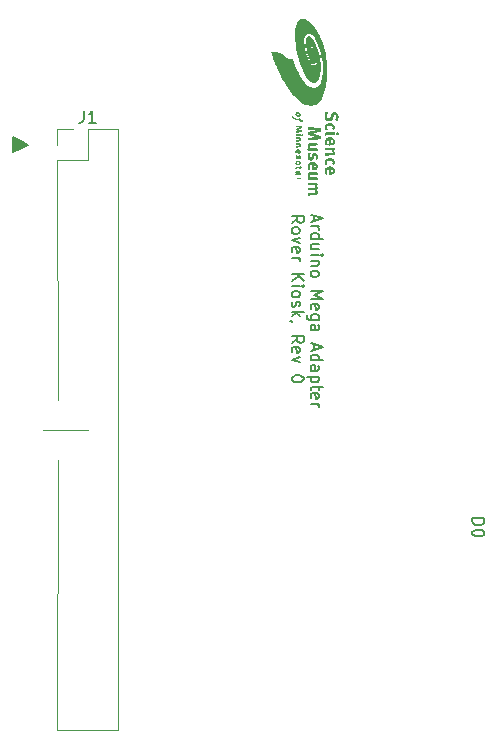
<source format=gto>
%TF.GenerationSoftware,KiCad,Pcbnew,7.0.7*%
%TF.CreationDate,2023-09-28T15:46:00-05:00*%
%TF.ProjectId,iowa-rover-kiosk-mega-adapter,696f7761-2d72-46f7-9665-722d6b696f73,rev?*%
%TF.SameCoordinates,Original*%
%TF.FileFunction,Legend,Top*%
%TF.FilePolarity,Positive*%
%FSLAX46Y46*%
G04 Gerber Fmt 4.6, Leading zero omitted, Abs format (unit mm)*
G04 Created by KiCad (PCBNEW 7.0.7) date 2023-09-28 15:46:00*
%MOMM*%
%LPD*%
G01*
G04 APERTURE LIST*
%ADD10C,0.150000*%
%ADD11C,0.120000*%
%ADD12C,0.100000*%
%ADD13O,1.727200X1.727200*%
%ADD14R,1.727200X1.727200*%
%ADD15C,3.200000*%
%ADD16R,1.700000X1.700000*%
%ADD17O,1.700000X1.700000*%
G04 APERTURE END LIST*
D10*
X156210000Y-69850000D02*
X154940000Y-70485000D01*
X154940000Y-69215000D01*
X156210000Y-69850000D01*
G36*
X156210000Y-69850000D02*
G01*
X154940000Y-70485000D01*
X154940000Y-69215000D01*
X156210000Y-69850000D01*
G37*
X180460895Y-75854160D02*
X180460895Y-76330350D01*
X180175180Y-75758922D02*
X181175180Y-76092255D01*
X181175180Y-76092255D02*
X180175180Y-76425588D01*
X180175180Y-76758922D02*
X180841847Y-76758922D01*
X180651371Y-76758922D02*
X180746609Y-76806541D01*
X180746609Y-76806541D02*
X180794228Y-76854160D01*
X180794228Y-76854160D02*
X180841847Y-76949398D01*
X180841847Y-76949398D02*
X180841847Y-77044636D01*
X180175180Y-77806541D02*
X181175180Y-77806541D01*
X180222800Y-77806541D02*
X180175180Y-77711303D01*
X180175180Y-77711303D02*
X180175180Y-77520827D01*
X180175180Y-77520827D02*
X180222800Y-77425589D01*
X180222800Y-77425589D02*
X180270419Y-77377970D01*
X180270419Y-77377970D02*
X180365657Y-77330351D01*
X180365657Y-77330351D02*
X180651371Y-77330351D01*
X180651371Y-77330351D02*
X180746609Y-77377970D01*
X180746609Y-77377970D02*
X180794228Y-77425589D01*
X180794228Y-77425589D02*
X180841847Y-77520827D01*
X180841847Y-77520827D02*
X180841847Y-77711303D01*
X180841847Y-77711303D02*
X180794228Y-77806541D01*
X180841847Y-78711303D02*
X180175180Y-78711303D01*
X180841847Y-78282732D02*
X180318038Y-78282732D01*
X180318038Y-78282732D02*
X180222800Y-78330351D01*
X180222800Y-78330351D02*
X180175180Y-78425589D01*
X180175180Y-78425589D02*
X180175180Y-78568446D01*
X180175180Y-78568446D02*
X180222800Y-78663684D01*
X180222800Y-78663684D02*
X180270419Y-78711303D01*
X180175180Y-79187494D02*
X180841847Y-79187494D01*
X181175180Y-79187494D02*
X181127561Y-79139875D01*
X181127561Y-79139875D02*
X181079942Y-79187494D01*
X181079942Y-79187494D02*
X181127561Y-79235113D01*
X181127561Y-79235113D02*
X181175180Y-79187494D01*
X181175180Y-79187494D02*
X181079942Y-79187494D01*
X180841847Y-79663684D02*
X180175180Y-79663684D01*
X180746609Y-79663684D02*
X180794228Y-79711303D01*
X180794228Y-79711303D02*
X180841847Y-79806541D01*
X180841847Y-79806541D02*
X180841847Y-79949398D01*
X180841847Y-79949398D02*
X180794228Y-80044636D01*
X180794228Y-80044636D02*
X180698990Y-80092255D01*
X180698990Y-80092255D02*
X180175180Y-80092255D01*
X180175180Y-80711303D02*
X180222800Y-80616065D01*
X180222800Y-80616065D02*
X180270419Y-80568446D01*
X180270419Y-80568446D02*
X180365657Y-80520827D01*
X180365657Y-80520827D02*
X180651371Y-80520827D01*
X180651371Y-80520827D02*
X180746609Y-80568446D01*
X180746609Y-80568446D02*
X180794228Y-80616065D01*
X180794228Y-80616065D02*
X180841847Y-80711303D01*
X180841847Y-80711303D02*
X180841847Y-80854160D01*
X180841847Y-80854160D02*
X180794228Y-80949398D01*
X180794228Y-80949398D02*
X180746609Y-80997017D01*
X180746609Y-80997017D02*
X180651371Y-81044636D01*
X180651371Y-81044636D02*
X180365657Y-81044636D01*
X180365657Y-81044636D02*
X180270419Y-80997017D01*
X180270419Y-80997017D02*
X180222800Y-80949398D01*
X180222800Y-80949398D02*
X180175180Y-80854160D01*
X180175180Y-80854160D02*
X180175180Y-80711303D01*
X180175180Y-82235113D02*
X181175180Y-82235113D01*
X181175180Y-82235113D02*
X180460895Y-82568446D01*
X180460895Y-82568446D02*
X181175180Y-82901779D01*
X181175180Y-82901779D02*
X180175180Y-82901779D01*
X180222800Y-83758922D02*
X180175180Y-83663684D01*
X180175180Y-83663684D02*
X180175180Y-83473208D01*
X180175180Y-83473208D02*
X180222800Y-83377970D01*
X180222800Y-83377970D02*
X180318038Y-83330351D01*
X180318038Y-83330351D02*
X180698990Y-83330351D01*
X180698990Y-83330351D02*
X180794228Y-83377970D01*
X180794228Y-83377970D02*
X180841847Y-83473208D01*
X180841847Y-83473208D02*
X180841847Y-83663684D01*
X180841847Y-83663684D02*
X180794228Y-83758922D01*
X180794228Y-83758922D02*
X180698990Y-83806541D01*
X180698990Y-83806541D02*
X180603752Y-83806541D01*
X180603752Y-83806541D02*
X180508514Y-83330351D01*
X180841847Y-84663684D02*
X180032323Y-84663684D01*
X180032323Y-84663684D02*
X179937085Y-84616065D01*
X179937085Y-84616065D02*
X179889466Y-84568446D01*
X179889466Y-84568446D02*
X179841847Y-84473208D01*
X179841847Y-84473208D02*
X179841847Y-84330351D01*
X179841847Y-84330351D02*
X179889466Y-84235113D01*
X180222800Y-84663684D02*
X180175180Y-84568446D01*
X180175180Y-84568446D02*
X180175180Y-84377970D01*
X180175180Y-84377970D02*
X180222800Y-84282732D01*
X180222800Y-84282732D02*
X180270419Y-84235113D01*
X180270419Y-84235113D02*
X180365657Y-84187494D01*
X180365657Y-84187494D02*
X180651371Y-84187494D01*
X180651371Y-84187494D02*
X180746609Y-84235113D01*
X180746609Y-84235113D02*
X180794228Y-84282732D01*
X180794228Y-84282732D02*
X180841847Y-84377970D01*
X180841847Y-84377970D02*
X180841847Y-84568446D01*
X180841847Y-84568446D02*
X180794228Y-84663684D01*
X180175180Y-85568446D02*
X180698990Y-85568446D01*
X180698990Y-85568446D02*
X180794228Y-85520827D01*
X180794228Y-85520827D02*
X180841847Y-85425589D01*
X180841847Y-85425589D02*
X180841847Y-85235113D01*
X180841847Y-85235113D02*
X180794228Y-85139875D01*
X180222800Y-85568446D02*
X180175180Y-85473208D01*
X180175180Y-85473208D02*
X180175180Y-85235113D01*
X180175180Y-85235113D02*
X180222800Y-85139875D01*
X180222800Y-85139875D02*
X180318038Y-85092256D01*
X180318038Y-85092256D02*
X180413276Y-85092256D01*
X180413276Y-85092256D02*
X180508514Y-85139875D01*
X180508514Y-85139875D02*
X180556133Y-85235113D01*
X180556133Y-85235113D02*
X180556133Y-85473208D01*
X180556133Y-85473208D02*
X180603752Y-85568446D01*
X180460895Y-86758923D02*
X180460895Y-87235113D01*
X180175180Y-86663685D02*
X181175180Y-86997018D01*
X181175180Y-86997018D02*
X180175180Y-87330351D01*
X180175180Y-88092256D02*
X181175180Y-88092256D01*
X180222800Y-88092256D02*
X180175180Y-87997018D01*
X180175180Y-87997018D02*
X180175180Y-87806542D01*
X180175180Y-87806542D02*
X180222800Y-87711304D01*
X180222800Y-87711304D02*
X180270419Y-87663685D01*
X180270419Y-87663685D02*
X180365657Y-87616066D01*
X180365657Y-87616066D02*
X180651371Y-87616066D01*
X180651371Y-87616066D02*
X180746609Y-87663685D01*
X180746609Y-87663685D02*
X180794228Y-87711304D01*
X180794228Y-87711304D02*
X180841847Y-87806542D01*
X180841847Y-87806542D02*
X180841847Y-87997018D01*
X180841847Y-87997018D02*
X180794228Y-88092256D01*
X180175180Y-88997018D02*
X180698990Y-88997018D01*
X180698990Y-88997018D02*
X180794228Y-88949399D01*
X180794228Y-88949399D02*
X180841847Y-88854161D01*
X180841847Y-88854161D02*
X180841847Y-88663685D01*
X180841847Y-88663685D02*
X180794228Y-88568447D01*
X180222800Y-88997018D02*
X180175180Y-88901780D01*
X180175180Y-88901780D02*
X180175180Y-88663685D01*
X180175180Y-88663685D02*
X180222800Y-88568447D01*
X180222800Y-88568447D02*
X180318038Y-88520828D01*
X180318038Y-88520828D02*
X180413276Y-88520828D01*
X180413276Y-88520828D02*
X180508514Y-88568447D01*
X180508514Y-88568447D02*
X180556133Y-88663685D01*
X180556133Y-88663685D02*
X180556133Y-88901780D01*
X180556133Y-88901780D02*
X180603752Y-88997018D01*
X180841847Y-89473209D02*
X179841847Y-89473209D01*
X180794228Y-89473209D02*
X180841847Y-89568447D01*
X180841847Y-89568447D02*
X180841847Y-89758923D01*
X180841847Y-89758923D02*
X180794228Y-89854161D01*
X180794228Y-89854161D02*
X180746609Y-89901780D01*
X180746609Y-89901780D02*
X180651371Y-89949399D01*
X180651371Y-89949399D02*
X180365657Y-89949399D01*
X180365657Y-89949399D02*
X180270419Y-89901780D01*
X180270419Y-89901780D02*
X180222800Y-89854161D01*
X180222800Y-89854161D02*
X180175180Y-89758923D01*
X180175180Y-89758923D02*
X180175180Y-89568447D01*
X180175180Y-89568447D02*
X180222800Y-89473209D01*
X180841847Y-90235114D02*
X180841847Y-90616066D01*
X181175180Y-90377971D02*
X180318038Y-90377971D01*
X180318038Y-90377971D02*
X180222800Y-90425590D01*
X180222800Y-90425590D02*
X180175180Y-90520828D01*
X180175180Y-90520828D02*
X180175180Y-90616066D01*
X180222800Y-91330352D02*
X180175180Y-91235114D01*
X180175180Y-91235114D02*
X180175180Y-91044638D01*
X180175180Y-91044638D02*
X180222800Y-90949400D01*
X180222800Y-90949400D02*
X180318038Y-90901781D01*
X180318038Y-90901781D02*
X180698990Y-90901781D01*
X180698990Y-90901781D02*
X180794228Y-90949400D01*
X180794228Y-90949400D02*
X180841847Y-91044638D01*
X180841847Y-91044638D02*
X180841847Y-91235114D01*
X180841847Y-91235114D02*
X180794228Y-91330352D01*
X180794228Y-91330352D02*
X180698990Y-91377971D01*
X180698990Y-91377971D02*
X180603752Y-91377971D01*
X180603752Y-91377971D02*
X180508514Y-90901781D01*
X180175180Y-91806543D02*
X180841847Y-91806543D01*
X180651371Y-91806543D02*
X180746609Y-91854162D01*
X180746609Y-91854162D02*
X180794228Y-91901781D01*
X180794228Y-91901781D02*
X180841847Y-91997019D01*
X180841847Y-91997019D02*
X180841847Y-92092257D01*
X178565180Y-76473207D02*
X179041371Y-76139874D01*
X178565180Y-75901779D02*
X179565180Y-75901779D01*
X179565180Y-75901779D02*
X179565180Y-76282731D01*
X179565180Y-76282731D02*
X179517561Y-76377969D01*
X179517561Y-76377969D02*
X179469942Y-76425588D01*
X179469942Y-76425588D02*
X179374704Y-76473207D01*
X179374704Y-76473207D02*
X179231847Y-76473207D01*
X179231847Y-76473207D02*
X179136609Y-76425588D01*
X179136609Y-76425588D02*
X179088990Y-76377969D01*
X179088990Y-76377969D02*
X179041371Y-76282731D01*
X179041371Y-76282731D02*
X179041371Y-75901779D01*
X178565180Y-77044636D02*
X178612800Y-76949398D01*
X178612800Y-76949398D02*
X178660419Y-76901779D01*
X178660419Y-76901779D02*
X178755657Y-76854160D01*
X178755657Y-76854160D02*
X179041371Y-76854160D01*
X179041371Y-76854160D02*
X179136609Y-76901779D01*
X179136609Y-76901779D02*
X179184228Y-76949398D01*
X179184228Y-76949398D02*
X179231847Y-77044636D01*
X179231847Y-77044636D02*
X179231847Y-77187493D01*
X179231847Y-77187493D02*
X179184228Y-77282731D01*
X179184228Y-77282731D02*
X179136609Y-77330350D01*
X179136609Y-77330350D02*
X179041371Y-77377969D01*
X179041371Y-77377969D02*
X178755657Y-77377969D01*
X178755657Y-77377969D02*
X178660419Y-77330350D01*
X178660419Y-77330350D02*
X178612800Y-77282731D01*
X178612800Y-77282731D02*
X178565180Y-77187493D01*
X178565180Y-77187493D02*
X178565180Y-77044636D01*
X179231847Y-77711303D02*
X178565180Y-77949398D01*
X178565180Y-77949398D02*
X179231847Y-78187493D01*
X178612800Y-78949398D02*
X178565180Y-78854160D01*
X178565180Y-78854160D02*
X178565180Y-78663684D01*
X178565180Y-78663684D02*
X178612800Y-78568446D01*
X178612800Y-78568446D02*
X178708038Y-78520827D01*
X178708038Y-78520827D02*
X179088990Y-78520827D01*
X179088990Y-78520827D02*
X179184228Y-78568446D01*
X179184228Y-78568446D02*
X179231847Y-78663684D01*
X179231847Y-78663684D02*
X179231847Y-78854160D01*
X179231847Y-78854160D02*
X179184228Y-78949398D01*
X179184228Y-78949398D02*
X179088990Y-78997017D01*
X179088990Y-78997017D02*
X178993752Y-78997017D01*
X178993752Y-78997017D02*
X178898514Y-78520827D01*
X178565180Y-79425589D02*
X179231847Y-79425589D01*
X179041371Y-79425589D02*
X179136609Y-79473208D01*
X179136609Y-79473208D02*
X179184228Y-79520827D01*
X179184228Y-79520827D02*
X179231847Y-79616065D01*
X179231847Y-79616065D02*
X179231847Y-79711303D01*
X178565180Y-80806542D02*
X179565180Y-80806542D01*
X178565180Y-81377970D02*
X179136609Y-80949399D01*
X179565180Y-81377970D02*
X178993752Y-80806542D01*
X178565180Y-81806542D02*
X179231847Y-81806542D01*
X179565180Y-81806542D02*
X179517561Y-81758923D01*
X179517561Y-81758923D02*
X179469942Y-81806542D01*
X179469942Y-81806542D02*
X179517561Y-81854161D01*
X179517561Y-81854161D02*
X179565180Y-81806542D01*
X179565180Y-81806542D02*
X179469942Y-81806542D01*
X178565180Y-82425589D02*
X178612800Y-82330351D01*
X178612800Y-82330351D02*
X178660419Y-82282732D01*
X178660419Y-82282732D02*
X178755657Y-82235113D01*
X178755657Y-82235113D02*
X179041371Y-82235113D01*
X179041371Y-82235113D02*
X179136609Y-82282732D01*
X179136609Y-82282732D02*
X179184228Y-82330351D01*
X179184228Y-82330351D02*
X179231847Y-82425589D01*
X179231847Y-82425589D02*
X179231847Y-82568446D01*
X179231847Y-82568446D02*
X179184228Y-82663684D01*
X179184228Y-82663684D02*
X179136609Y-82711303D01*
X179136609Y-82711303D02*
X179041371Y-82758922D01*
X179041371Y-82758922D02*
X178755657Y-82758922D01*
X178755657Y-82758922D02*
X178660419Y-82711303D01*
X178660419Y-82711303D02*
X178612800Y-82663684D01*
X178612800Y-82663684D02*
X178565180Y-82568446D01*
X178565180Y-82568446D02*
X178565180Y-82425589D01*
X178612800Y-83139875D02*
X178565180Y-83235113D01*
X178565180Y-83235113D02*
X178565180Y-83425589D01*
X178565180Y-83425589D02*
X178612800Y-83520827D01*
X178612800Y-83520827D02*
X178708038Y-83568446D01*
X178708038Y-83568446D02*
X178755657Y-83568446D01*
X178755657Y-83568446D02*
X178850895Y-83520827D01*
X178850895Y-83520827D02*
X178898514Y-83425589D01*
X178898514Y-83425589D02*
X178898514Y-83282732D01*
X178898514Y-83282732D02*
X178946133Y-83187494D01*
X178946133Y-83187494D02*
X179041371Y-83139875D01*
X179041371Y-83139875D02*
X179088990Y-83139875D01*
X179088990Y-83139875D02*
X179184228Y-83187494D01*
X179184228Y-83187494D02*
X179231847Y-83282732D01*
X179231847Y-83282732D02*
X179231847Y-83425589D01*
X179231847Y-83425589D02*
X179184228Y-83520827D01*
X178565180Y-83997018D02*
X179565180Y-83997018D01*
X178946133Y-84092256D02*
X178565180Y-84377970D01*
X179231847Y-84377970D02*
X178850895Y-83997018D01*
X178612800Y-84854161D02*
X178565180Y-84854161D01*
X178565180Y-84854161D02*
X178469942Y-84806542D01*
X178469942Y-84806542D02*
X178422323Y-84758923D01*
X178565180Y-86616065D02*
X179041371Y-86282732D01*
X178565180Y-86044637D02*
X179565180Y-86044637D01*
X179565180Y-86044637D02*
X179565180Y-86425589D01*
X179565180Y-86425589D02*
X179517561Y-86520827D01*
X179517561Y-86520827D02*
X179469942Y-86568446D01*
X179469942Y-86568446D02*
X179374704Y-86616065D01*
X179374704Y-86616065D02*
X179231847Y-86616065D01*
X179231847Y-86616065D02*
X179136609Y-86568446D01*
X179136609Y-86568446D02*
X179088990Y-86520827D01*
X179088990Y-86520827D02*
X179041371Y-86425589D01*
X179041371Y-86425589D02*
X179041371Y-86044637D01*
X178612800Y-87425589D02*
X178565180Y-87330351D01*
X178565180Y-87330351D02*
X178565180Y-87139875D01*
X178565180Y-87139875D02*
X178612800Y-87044637D01*
X178612800Y-87044637D02*
X178708038Y-86997018D01*
X178708038Y-86997018D02*
X179088990Y-86997018D01*
X179088990Y-86997018D02*
X179184228Y-87044637D01*
X179184228Y-87044637D02*
X179231847Y-87139875D01*
X179231847Y-87139875D02*
X179231847Y-87330351D01*
X179231847Y-87330351D02*
X179184228Y-87425589D01*
X179184228Y-87425589D02*
X179088990Y-87473208D01*
X179088990Y-87473208D02*
X178993752Y-87473208D01*
X178993752Y-87473208D02*
X178898514Y-86997018D01*
X179231847Y-87806542D02*
X178565180Y-88044637D01*
X178565180Y-88044637D02*
X179231847Y-88282732D01*
X179565180Y-89616066D02*
X179565180Y-89711304D01*
X179565180Y-89711304D02*
X179517561Y-89806542D01*
X179517561Y-89806542D02*
X179469942Y-89854161D01*
X179469942Y-89854161D02*
X179374704Y-89901780D01*
X179374704Y-89901780D02*
X179184228Y-89949399D01*
X179184228Y-89949399D02*
X178946133Y-89949399D01*
X178946133Y-89949399D02*
X178755657Y-89901780D01*
X178755657Y-89901780D02*
X178660419Y-89854161D01*
X178660419Y-89854161D02*
X178612800Y-89806542D01*
X178612800Y-89806542D02*
X178565180Y-89711304D01*
X178565180Y-89711304D02*
X178565180Y-89616066D01*
X178565180Y-89616066D02*
X178612800Y-89520828D01*
X178612800Y-89520828D02*
X178660419Y-89473209D01*
X178660419Y-89473209D02*
X178755657Y-89425590D01*
X178755657Y-89425590D02*
X178946133Y-89377971D01*
X178946133Y-89377971D02*
X179184228Y-89377971D01*
X179184228Y-89377971D02*
X179374704Y-89425590D01*
X179374704Y-89425590D02*
X179469942Y-89473209D01*
X179469942Y-89473209D02*
X179517561Y-89520828D01*
X179517561Y-89520828D02*
X179565180Y-89616066D01*
X193860180Y-101486905D02*
X194860180Y-101486905D01*
X194860180Y-101486905D02*
X194860180Y-101725000D01*
X194860180Y-101725000D02*
X194812561Y-101867857D01*
X194812561Y-101867857D02*
X194717323Y-101963095D01*
X194717323Y-101963095D02*
X194622085Y-102010714D01*
X194622085Y-102010714D02*
X194431609Y-102058333D01*
X194431609Y-102058333D02*
X194288752Y-102058333D01*
X194288752Y-102058333D02*
X194098276Y-102010714D01*
X194098276Y-102010714D02*
X194003038Y-101963095D01*
X194003038Y-101963095D02*
X193907800Y-101867857D01*
X193907800Y-101867857D02*
X193860180Y-101725000D01*
X193860180Y-101725000D02*
X193860180Y-101486905D01*
X194860180Y-102677381D02*
X194860180Y-102772619D01*
X194860180Y-102772619D02*
X194812561Y-102867857D01*
X194812561Y-102867857D02*
X194764942Y-102915476D01*
X194764942Y-102915476D02*
X194669704Y-102963095D01*
X194669704Y-102963095D02*
X194479228Y-103010714D01*
X194479228Y-103010714D02*
X194241133Y-103010714D01*
X194241133Y-103010714D02*
X194050657Y-102963095D01*
X194050657Y-102963095D02*
X193955419Y-102915476D01*
X193955419Y-102915476D02*
X193907800Y-102867857D01*
X193907800Y-102867857D02*
X193860180Y-102772619D01*
X193860180Y-102772619D02*
X193860180Y-102677381D01*
X193860180Y-102677381D02*
X193907800Y-102582143D01*
X193907800Y-102582143D02*
X193955419Y-102534524D01*
X193955419Y-102534524D02*
X194050657Y-102486905D01*
X194050657Y-102486905D02*
X194241133Y-102439286D01*
X194241133Y-102439286D02*
X194479228Y-102439286D01*
X194479228Y-102439286D02*
X194669704Y-102486905D01*
X194669704Y-102486905D02*
X194764942Y-102534524D01*
X194764942Y-102534524D02*
X194812561Y-102582143D01*
X194812561Y-102582143D02*
X194860180Y-102677381D01*
X160956666Y-66974819D02*
X160956666Y-67689104D01*
X160956666Y-67689104D02*
X160909047Y-67831961D01*
X160909047Y-67831961D02*
X160813809Y-67927200D01*
X160813809Y-67927200D02*
X160670952Y-67974819D01*
X160670952Y-67974819D02*
X160575714Y-67974819D01*
X161956666Y-67974819D02*
X161385238Y-67974819D01*
X161670952Y-67974819D02*
X161670952Y-66974819D01*
X161670952Y-66974819D02*
X161575714Y-67117676D01*
X161575714Y-67117676D02*
X161480476Y-67212914D01*
X161480476Y-67212914D02*
X161385238Y-67260533D01*
%TO.C,G\u002A\u002A\u002A*%
G36*
X179317548Y-69018995D02*
G01*
X179323712Y-69053383D01*
X179326314Y-69074981D01*
X179326314Y-69075096D01*
X179313085Y-69079302D01*
X179276575Y-69082887D01*
X179221555Y-69085581D01*
X179152793Y-69087116D01*
X179108920Y-69087369D01*
X178891527Y-69087369D01*
X178891527Y-68975165D01*
X179308782Y-68975165D01*
X179317548Y-69018995D01*
G37*
G36*
X179466198Y-68969712D02*
G01*
X179477788Y-68977970D01*
X179490748Y-69004197D01*
X179494619Y-69031267D01*
X179484331Y-69074237D01*
X179454782Y-69097633D01*
X179429701Y-69101394D01*
X179388393Y-69089969D01*
X179363037Y-69060543D01*
X179357415Y-69020385D01*
X179369514Y-68985684D01*
X179394287Y-68967210D01*
X179431005Y-68961566D01*
X179466198Y-68969712D01*
G37*
G36*
X182478541Y-68781516D02*
G01*
X182525201Y-68819767D01*
X182529536Y-68825330D01*
X182553414Y-68877821D01*
X182553701Y-68932704D01*
X182532986Y-68982909D01*
X182493861Y-69021367D01*
X182451291Y-69038870D01*
X182395488Y-69039127D01*
X182347788Y-69017936D01*
X182311596Y-68981042D01*
X182290315Y-68934192D01*
X182287350Y-68883132D01*
X182306106Y-68833608D01*
X182319542Y-68816488D01*
X182369811Y-68779629D01*
X182424777Y-68768054D01*
X182478541Y-68781516D01*
G37*
G36*
X182192522Y-68824978D02*
G01*
X182198664Y-68856798D01*
X182205762Y-68903947D01*
X182209999Y-68937181D01*
X182219409Y-69017242D01*
X181891387Y-69017550D01*
X181784565Y-69017871D01*
X181701828Y-69018791D01*
X181639209Y-69020581D01*
X181592746Y-69023511D01*
X181558472Y-69027854D01*
X181532422Y-69033879D01*
X181510633Y-69041858D01*
X181506019Y-69043902D01*
X181448672Y-69069947D01*
X181404334Y-68995820D01*
X181380922Y-68954747D01*
X181364854Y-68922866D01*
X181359997Y-68908977D01*
X181369493Y-68892017D01*
X181392903Y-68866502D01*
X181398567Y-68861219D01*
X181422703Y-68840637D01*
X181446863Y-68824647D01*
X181474849Y-68812672D01*
X181510468Y-68804137D01*
X181557523Y-68798465D01*
X181619819Y-68795079D01*
X181701160Y-68793404D01*
X181805350Y-68792863D01*
X181850026Y-68792835D01*
X182184455Y-68792835D01*
X182192522Y-68824978D01*
G37*
G36*
X179101908Y-71200821D02*
G01*
X179181812Y-71211062D01*
X179247957Y-71240646D01*
X179295666Y-71286899D01*
X179321975Y-71347370D01*
X179326262Y-71387753D01*
X179313975Y-71458914D01*
X179278795Y-71516322D01*
X179223484Y-71557563D01*
X179150808Y-71580218D01*
X179101908Y-71583890D01*
X179021890Y-71573196D01*
X178957088Y-71543495D01*
X178910050Y-71498356D01*
X178883323Y-71441349D01*
X178880601Y-71395387D01*
X178975679Y-71395387D01*
X178986039Y-71427625D01*
X179011656Y-71443983D01*
X179050397Y-71453238D01*
X179097035Y-71457609D01*
X179101908Y-71457661D01*
X179168304Y-71451419D01*
X179210422Y-71432874D01*
X179227705Y-71402301D01*
X179228136Y-71395387D01*
X179218645Y-71362610D01*
X179188573Y-71342044D01*
X179135529Y-71332476D01*
X179101908Y-71331433D01*
X179037215Y-71336242D01*
X178996623Y-71351477D01*
X178977737Y-71378353D01*
X178975679Y-71395387D01*
X178880601Y-71395387D01*
X178879455Y-71376045D01*
X178900993Y-71306013D01*
X178902067Y-71303859D01*
X178944511Y-71249031D01*
X179005945Y-71214593D01*
X179085766Y-71200857D01*
X179100193Y-71200601D01*
X179101908Y-71200821D01*
G37*
G36*
X179038159Y-67077031D02*
G01*
X179120313Y-67088578D01*
X179194276Y-67119247D01*
X179254411Y-67165097D01*
X179297444Y-67222520D01*
X179320101Y-67287908D01*
X179319111Y-67357652D01*
X179312717Y-67381983D01*
X179288032Y-67430830D01*
X179250031Y-67460234D01*
X179193818Y-67473188D01*
X179161451Y-67474447D01*
X179070254Y-67463562D01*
X178993447Y-67432539D01*
X178933877Y-67383830D01*
X178894389Y-67319888D01*
X178879284Y-67249893D01*
X178963491Y-67249893D01*
X178975519Y-67277793D01*
X179001373Y-67302562D01*
X179045774Y-67324480D01*
X179099220Y-67340163D01*
X179152212Y-67346226D01*
X179166130Y-67345702D01*
X179202016Y-67340440D01*
X179217724Y-67328827D01*
X179221124Y-67306143D01*
X179214963Y-67280701D01*
X179192540Y-67258845D01*
X179158544Y-67239522D01*
X179107012Y-67219850D01*
X179053660Y-67208852D01*
X179038159Y-67207965D01*
X178989169Y-67211748D01*
X178965065Y-67224849D01*
X178963491Y-67249893D01*
X178879284Y-67249893D01*
X178877832Y-67243163D01*
X178877501Y-67229921D01*
X178882613Y-67179880D01*
X178901903Y-67140701D01*
X178918043Y-67120957D01*
X178944810Y-67094338D01*
X178970662Y-67081007D01*
X179006881Y-67076726D01*
X179035793Y-67076698D01*
X179038159Y-67077031D01*
G37*
G36*
X179314427Y-69269092D02*
G01*
X179323238Y-69303505D01*
X179319122Y-69322402D01*
X179308754Y-69331230D01*
X179295700Y-69343162D01*
X179296117Y-69360524D01*
X179309225Y-69391273D01*
X179322873Y-69444048D01*
X179317589Y-69496548D01*
X179295449Y-69539794D01*
X179270212Y-69560171D01*
X179238207Y-69568861D01*
X179185243Y-69575092D01*
X179118359Y-69578107D01*
X179101908Y-69578266D01*
X179041695Y-69579749D01*
X178990893Y-69583378D01*
X178956895Y-69588512D01*
X178948310Y-69591564D01*
X178929475Y-69593772D01*
X178909261Y-69573149D01*
X178902728Y-69562960D01*
X178884505Y-69532345D01*
X178880236Y-69515295D01*
X178890534Y-69500697D01*
X178906991Y-69485760D01*
X178926713Y-69472644D01*
X178955373Y-69463844D01*
X178999047Y-69458221D01*
X179063807Y-69454638D01*
X179075296Y-69454221D01*
X179139145Y-69451477D01*
X179179943Y-69447864D01*
X179202692Y-69442287D01*
X179212389Y-69433651D01*
X179214111Y-69423811D01*
X179212521Y-69394397D01*
X179204666Y-69374629D01*
X179185916Y-69362600D01*
X179151641Y-69356402D01*
X179097212Y-69354129D01*
X179044305Y-69353851D01*
X178891527Y-69353851D01*
X178891527Y-69229064D01*
X179298451Y-69220610D01*
X179314427Y-69269092D01*
G37*
G36*
X179314427Y-69774007D02*
G01*
X179323238Y-69808420D01*
X179319122Y-69827317D01*
X179308754Y-69836145D01*
X179295700Y-69848077D01*
X179296117Y-69865439D01*
X179309225Y-69896187D01*
X179322873Y-69948962D01*
X179317589Y-70001462D01*
X179295449Y-70044708D01*
X179270212Y-70065085D01*
X179238207Y-70073775D01*
X179185243Y-70080006D01*
X179118359Y-70083021D01*
X179101908Y-70083180D01*
X179041695Y-70084664D01*
X178990893Y-70088292D01*
X178956895Y-70093426D01*
X178948310Y-70096479D01*
X178929475Y-70098686D01*
X178909261Y-70078064D01*
X178902728Y-70067874D01*
X178884505Y-70037259D01*
X178880236Y-70020209D01*
X178890534Y-70005611D01*
X178906991Y-69990674D01*
X178926713Y-69977558D01*
X178955373Y-69968758D01*
X178999047Y-69963136D01*
X179063807Y-69959553D01*
X179075296Y-69959135D01*
X179139145Y-69956391D01*
X179179943Y-69952778D01*
X179202692Y-69947201D01*
X179212389Y-69938566D01*
X179214111Y-69928725D01*
X179212521Y-69899311D01*
X179204666Y-69879543D01*
X179185916Y-69867514D01*
X179151641Y-69861317D01*
X179097212Y-69859043D01*
X179044305Y-69858766D01*
X178891527Y-69858766D01*
X178891527Y-69733978D01*
X179298451Y-69725524D01*
X179314427Y-69774007D01*
G37*
G36*
X179305051Y-71688647D02*
G01*
X179321242Y-71703106D01*
X179340111Y-71718766D01*
X179369063Y-71724144D01*
X179397795Y-71726130D01*
X179414320Y-71736697D01*
X179424520Y-71762759D01*
X179431792Y-71797884D01*
X179441639Y-71850372D01*
X179383977Y-71850372D01*
X179347360Y-71851919D01*
X179330830Y-71860422D01*
X179326448Y-71881675D01*
X179326314Y-71892449D01*
X179320456Y-71925252D01*
X179304354Y-71934525D01*
X179265474Y-71925217D01*
X179236993Y-71902095D01*
X179228136Y-71877403D01*
X179226277Y-71864284D01*
X179217180Y-71856313D01*
X179195565Y-71852511D01*
X179156154Y-71851900D01*
X179098401Y-71853352D01*
X178968666Y-71857385D01*
X178971111Y-71894523D01*
X178967263Y-71923437D01*
X178945274Y-71936805D01*
X178936047Y-71938867D01*
X178906634Y-71942396D01*
X178893004Y-71940607D01*
X178888582Y-71924662D01*
X178883447Y-71890063D01*
X178880801Y-71865753D01*
X178878684Y-71820921D01*
X178885416Y-71791733D01*
X178904307Y-71766331D01*
X178910243Y-71760254D01*
X178928559Y-71743748D01*
X178947990Y-71733219D01*
X178975080Y-71727333D01*
X179016371Y-71724754D01*
X179078406Y-71724147D01*
X179087245Y-71724144D01*
X179152818Y-71723453D01*
X179194969Y-71720924D01*
X179218305Y-71715867D01*
X179227432Y-71707596D01*
X179228136Y-71703106D01*
X179240546Y-71686481D01*
X179270653Y-71682068D01*
X179305051Y-71688647D01*
G37*
G36*
X178954502Y-70734447D02*
G01*
X178974888Y-70742038D01*
X179002742Y-70756348D01*
X179008553Y-70771559D01*
X179001195Y-70789178D01*
X178980335Y-70841305D01*
X178972526Y-70890683D01*
X178978984Y-70928046D01*
X178982254Y-70933483D01*
X179005771Y-70950953D01*
X179028532Y-70943205D01*
X179046795Y-70912911D01*
X179054568Y-70881855D01*
X179074499Y-70818466D01*
X179109181Y-70771724D01*
X179154652Y-70745993D01*
X179181216Y-70742366D01*
X179222937Y-70746486D01*
X179256253Y-70756435D01*
X179256964Y-70756807D01*
X179292630Y-70790626D01*
X179315880Y-70842803D01*
X179325309Y-70905897D01*
X179319512Y-70972466D01*
X179305983Y-71016333D01*
X179290950Y-71047445D01*
X179276489Y-71057152D01*
X179254006Y-71050557D01*
X179250800Y-71049113D01*
X179230857Y-71037211D01*
X179220841Y-71019527D01*
X179217925Y-70987760D01*
X179218536Y-70954420D01*
X179216402Y-70901961D01*
X179206922Y-70876048D01*
X179191949Y-70876732D01*
X179173337Y-70904060D01*
X179154604Y-70952747D01*
X179135870Y-71000007D01*
X179113916Y-71038817D01*
X179100455Y-71054431D01*
X179053161Y-71076703D01*
X178999293Y-71075272D01*
X178946166Y-71050806D01*
X178931364Y-71038984D01*
X178905205Y-71012143D01*
X178890936Y-70984375D01*
X178884263Y-70944921D01*
X178882371Y-70916262D01*
X178882972Y-70862225D01*
X178889069Y-70812436D01*
X178895350Y-70788955D01*
X178912878Y-70749609D01*
X178930133Y-70732891D01*
X178954502Y-70734447D01*
G37*
G36*
X181902931Y-68017122D02*
G01*
X182005555Y-68046523D01*
X182089456Y-68096027D01*
X182155459Y-68166045D01*
X182180755Y-68206565D01*
X182213572Y-68292300D01*
X182224187Y-68383345D01*
X182213148Y-68472917D01*
X182181007Y-68554229D01*
X182148945Y-68599568D01*
X182135030Y-68612155D01*
X182119681Y-68612860D01*
X182095409Y-68599826D01*
X182065330Y-68578830D01*
X182029258Y-68551803D01*
X182003377Y-68530335D01*
X181995568Y-68522170D01*
X181997330Y-68503894D01*
X182010033Y-68470757D01*
X182019910Y-68450747D01*
X182042379Y-68391914D01*
X182040659Y-68344335D01*
X182014088Y-68307176D01*
X181962003Y-68279602D01*
X181883744Y-68260780D01*
X181867221Y-68258311D01*
X181776416Y-68251514D01*
X181693514Y-68256258D01*
X181624056Y-68271625D01*
X181573582Y-68296694D01*
X181559859Y-68309336D01*
X181534172Y-68353214D01*
X181531910Y-68401963D01*
X181553181Y-68460009D01*
X181564072Y-68479734D01*
X181583285Y-68516814D01*
X181592925Y-68544234D01*
X181592737Y-68552267D01*
X181577807Y-68566458D01*
X181547869Y-68589572D01*
X181529041Y-68602980D01*
X181491711Y-68625026D01*
X181463246Y-68629467D01*
X181438894Y-68613871D01*
X181413907Y-68575810D01*
X181392966Y-68533365D01*
X181369251Y-68458504D01*
X181359709Y-68373145D01*
X181364577Y-68288430D01*
X181384088Y-68215500D01*
X181386164Y-68210781D01*
X181436228Y-68133431D01*
X181507189Y-68073925D01*
X181597778Y-68032917D01*
X181706726Y-68011061D01*
X181780759Y-68007413D01*
X181902931Y-68017122D01*
G37*
G36*
X179154505Y-70232668D02*
G01*
X179170888Y-70237931D01*
X179222520Y-70254516D01*
X179279065Y-70295473D01*
X179302638Y-70324053D01*
X179314749Y-70353515D01*
X179318996Y-70394961D01*
X179319301Y-70419573D01*
X179317011Y-70471303D01*
X179308140Y-70505653D01*
X179289685Y-70533063D01*
X179285279Y-70537889D01*
X179234321Y-70573958D01*
X179165956Y-70596212D01*
X179105414Y-70602034D01*
X179059831Y-70602112D01*
X179059831Y-70482896D01*
X179059196Y-70424600D01*
X179058836Y-70419782D01*
X179158009Y-70419782D01*
X179160866Y-70454916D01*
X179168003Y-70474455D01*
X179170888Y-70475883D01*
X179208484Y-70465164D01*
X179226767Y-70434653D01*
X179228136Y-70419782D01*
X179217197Y-70382939D01*
X179186064Y-70365022D01*
X179170888Y-70363680D01*
X179162822Y-70376125D01*
X179158337Y-70407215D01*
X179158009Y-70419782D01*
X179058836Y-70419782D01*
X179056530Y-70388961D01*
X179050694Y-70370601D01*
X179040550Y-70364139D01*
X179034586Y-70363680D01*
X179003474Y-70372560D01*
X178992509Y-70380510D01*
X178979766Y-70409068D01*
X178976310Y-70451820D01*
X178982234Y-70496463D01*
X178991480Y-70521277D01*
X178999496Y-70547384D01*
X178985370Y-70566737D01*
X178981787Y-70569444D01*
X178951019Y-70585794D01*
X178927894Y-70579801D01*
X178906415Y-70549169D01*
X178901137Y-70538522D01*
X178881179Y-70470903D01*
X178880559Y-70399897D01*
X178899077Y-70336475D01*
X178904984Y-70325791D01*
X178950310Y-70276540D01*
X179011563Y-70244234D01*
X179081907Y-70229425D01*
X179154505Y-70232668D01*
G37*
G36*
X180752648Y-72285160D02*
G01*
X180760553Y-72334560D01*
X180764473Y-72374027D01*
X180763731Y-72393857D01*
X180754797Y-72399828D01*
X180730807Y-72404391D01*
X180689140Y-72407688D01*
X180627173Y-72409859D01*
X180542287Y-72411045D01*
X180437566Y-72411388D01*
X180323045Y-72411893D01*
X180234516Y-72413475D01*
X180169938Y-72416235D01*
X180127269Y-72420277D01*
X180104469Y-72425702D01*
X180100516Y-72428219D01*
X180086244Y-72459529D01*
X180084641Y-72504180D01*
X180094831Y-72550948D01*
X180112754Y-72584814D01*
X180141823Y-72621769D01*
X180726606Y-72621769D01*
X180748768Y-72719210D01*
X180759689Y-72768240D01*
X180767604Y-72805706D01*
X180770912Y-72824011D01*
X180770930Y-72824400D01*
X180757543Y-72826559D01*
X180719936Y-72828486D01*
X180661940Y-72830094D01*
X180587383Y-72831294D01*
X180500097Y-72831999D01*
X180433870Y-72832150D01*
X180321638Y-72832480D01*
X180233854Y-72833601D01*
X180166922Y-72835714D01*
X180117245Y-72839021D01*
X180081228Y-72843720D01*
X180055274Y-72850014D01*
X180044941Y-72853823D01*
X180014255Y-72864856D01*
X179992044Y-72864764D01*
X179972854Y-72849810D01*
X179951230Y-72816259D01*
X179928959Y-72774376D01*
X179902656Y-72723615D01*
X179936419Y-72691896D01*
X179970182Y-72660178D01*
X179941225Y-72603419D01*
X179917035Y-72534202D01*
X179906443Y-72455092D01*
X179910370Y-72378466D01*
X179921332Y-72335341D01*
X179945598Y-72288284D01*
X179978900Y-72243521D01*
X179984937Y-72237164D01*
X180028088Y-72193995D01*
X180735619Y-72193995D01*
X180752648Y-72285160D01*
G37*
G36*
X181908478Y-70960742D02*
G01*
X182011991Y-70993251D01*
X182098073Y-71047159D01*
X182123363Y-71070287D01*
X182173449Y-71136555D01*
X182210106Y-71217026D01*
X182228401Y-71299902D01*
X182229572Y-71324267D01*
X182220984Y-71385798D01*
X182198343Y-71454702D01*
X182166331Y-71517476D01*
X182158593Y-71528985D01*
X182129100Y-71570404D01*
X182070639Y-71525562D01*
X182034935Y-71497963D01*
X182007885Y-71476671D01*
X181999413Y-71469750D01*
X181997795Y-71451581D01*
X182009421Y-71417447D01*
X182019096Y-71397617D01*
X182041526Y-71337679D01*
X182038609Y-71288719D01*
X182010038Y-71249079D01*
X181988976Y-71233989D01*
X181935720Y-71212580D01*
X181863385Y-71198873D01*
X181780126Y-71193847D01*
X181694100Y-71198482D01*
X181693828Y-71198514D01*
X181638235Y-71207731D01*
X181600024Y-71222470D01*
X181568554Y-71246981D01*
X181565870Y-71249630D01*
X181539216Y-71280997D01*
X181530429Y-71309922D01*
X181533197Y-71342139D01*
X181547523Y-71389615D01*
X181570503Y-71432770D01*
X181571121Y-71433615D01*
X181590220Y-71464950D01*
X181591665Y-71489826D01*
X181573127Y-71514710D01*
X181532275Y-71546069D01*
X181530023Y-71547633D01*
X181493856Y-71569797D01*
X181466938Y-71575674D01*
X181444103Y-71562731D01*
X181420185Y-71528437D01*
X181395741Y-71481805D01*
X181369759Y-71405413D01*
X181359219Y-71318441D01*
X181364447Y-71231947D01*
X181385768Y-71156988D01*
X181386164Y-71156115D01*
X181436265Y-71078833D01*
X181507400Y-71018665D01*
X181597654Y-70976601D01*
X181705107Y-70953628D01*
X181786934Y-70949417D01*
X181908478Y-70960742D01*
G37*
G36*
X180390561Y-71309117D02*
G01*
X180434321Y-71316793D01*
X180490576Y-71326661D01*
X180579915Y-71359452D01*
X180623332Y-71384736D01*
X180690840Y-71446884D01*
X180737153Y-71521549D01*
X180762703Y-71604085D01*
X180767922Y-71689843D01*
X180753241Y-71774178D01*
X180719092Y-71852442D01*
X180665908Y-71919988D01*
X180594121Y-71972168D01*
X180567562Y-71984748D01*
X180526936Y-71996603D01*
X180469122Y-72007080D01*
X180404982Y-72014316D01*
X180388738Y-72015429D01*
X180266016Y-72022568D01*
X180266016Y-71552169D01*
X180434321Y-71552169D01*
X180434321Y-71790504D01*
X180493420Y-71779697D01*
X180548876Y-71759038D01*
X180584122Y-71724962D01*
X180599330Y-71683320D01*
X180594674Y-71639964D01*
X180570328Y-71600746D01*
X180526466Y-71571518D01*
X180486916Y-71560543D01*
X180434321Y-71552169D01*
X180266016Y-71552169D01*
X180266016Y-71552146D01*
X180208826Y-71559816D01*
X180165304Y-71570569D01*
X180130259Y-71587419D01*
X180125201Y-71591410D01*
X180090887Y-71640231D01*
X180075572Y-71702801D01*
X180079362Y-71772135D01*
X180102361Y-71841247D01*
X180120933Y-71873295D01*
X180141530Y-71907507D01*
X180145219Y-71927226D01*
X180137264Y-71936852D01*
X180086014Y-71970359D01*
X180052648Y-71990331D01*
X180031636Y-71998676D01*
X180017447Y-71997304D01*
X180004550Y-71988123D01*
X180000154Y-71984175D01*
X179961925Y-71933688D01*
X179932683Y-71863901D01*
X179913686Y-71782482D01*
X179906195Y-71697097D01*
X179911469Y-71615414D01*
X179928794Y-71549835D01*
X179978340Y-71462257D01*
X180048353Y-71393362D01*
X180137758Y-71343870D01*
X180245477Y-71314501D01*
X180289174Y-71308933D01*
X180390561Y-71309117D01*
G37*
G36*
X178951135Y-68239401D02*
G01*
X178984536Y-68243045D01*
X179036635Y-68248375D01*
X179101823Y-68254854D01*
X179174492Y-68261944D01*
X179249034Y-68269107D01*
X179319839Y-68275805D01*
X179381300Y-68281501D01*
X179427808Y-68285658D01*
X179453754Y-68287736D01*
X179456749Y-68287875D01*
X179462118Y-68300576D01*
X179464470Y-68333416D01*
X179463762Y-68368164D01*
X179459555Y-68448407D01*
X179293009Y-68491744D01*
X179126462Y-68535081D01*
X179297162Y-68581579D01*
X179467862Y-68628076D01*
X179463709Y-68706949D01*
X179459555Y-68785822D01*
X179207098Y-68809341D01*
X179104892Y-68819005D01*
X179027302Y-68826202D01*
X178970973Y-68830554D01*
X178932548Y-68831684D01*
X178908671Y-68829212D01*
X178895986Y-68822763D01*
X178891136Y-68811957D01*
X178890766Y-68796418D01*
X178891518Y-68775767D01*
X178891527Y-68773825D01*
X178891527Y-68712739D01*
X178986198Y-68703798D01*
X179048274Y-68698956D01*
X179111056Y-68695669D01*
X179149828Y-68694757D01*
X179187051Y-68692851D01*
X179207306Y-68688078D01*
X179208347Y-68684219D01*
X179191319Y-68676363D01*
X179153194Y-68663095D01*
X179099936Y-68646388D01*
X179048224Y-68631242D01*
X178898539Y-68588703D01*
X178894375Y-68532512D01*
X178890210Y-68476322D01*
X179045898Y-68435163D01*
X179116730Y-68415127D01*
X179160051Y-68399498D01*
X179175984Y-68387873D01*
X179164654Y-68379852D01*
X179126185Y-68375032D01*
X179065091Y-68373059D01*
X179010475Y-68371056D01*
X178960472Y-68366938D01*
X178935356Y-68363307D01*
X178907952Y-68355493D01*
X178895256Y-68340748D01*
X178891668Y-68310147D01*
X178891527Y-68293449D01*
X178891527Y-68232356D01*
X178951135Y-68239401D01*
G37*
G36*
X179020067Y-72063132D02*
G01*
X179070188Y-72072591D01*
X179117291Y-72106804D01*
X179147111Y-72161441D01*
X179157991Y-72234550D01*
X179158009Y-72237959D01*
X179160367Y-72270717D01*
X179170869Y-72282899D01*
X179189423Y-72282629D01*
X179217682Y-72267760D01*
X179225150Y-72234623D01*
X179211727Y-72183890D01*
X179206190Y-72170942D01*
X179191541Y-72136046D01*
X179189205Y-72116660D01*
X179199462Y-72102953D01*
X179208338Y-72095960D01*
X179239591Y-72078385D01*
X179263830Y-72082242D01*
X179285887Y-72109836D01*
X179300635Y-72139988D01*
X179319981Y-72205136D01*
X179323733Y-72271428D01*
X179312384Y-72330339D01*
X179287185Y-72372599D01*
X179270066Y-72386472D01*
X179248248Y-72394872D01*
X179215089Y-72398917D01*
X179163947Y-72399724D01*
X179128848Y-72399250D01*
X179054322Y-72399794D01*
X179003423Y-72404916D01*
X178972032Y-72415070D01*
X178968829Y-72417005D01*
X178945281Y-72428662D01*
X178924578Y-72424203D01*
X178900357Y-72406716D01*
X178875950Y-72384716D01*
X178871454Y-72368123D01*
X178884064Y-72345889D01*
X178884682Y-72345012D01*
X178898908Y-72313475D01*
X178892151Y-72286326D01*
X178883140Y-72255718D01*
X178880846Y-72236071D01*
X178961654Y-72236071D01*
X178970649Y-72258709D01*
X178978484Y-72268329D01*
X179004268Y-72281995D01*
X179036095Y-72285204D01*
X179062958Y-72278548D01*
X179073857Y-72263200D01*
X179065169Y-72225816D01*
X179043918Y-72197050D01*
X179020067Y-72186982D01*
X178988217Y-72197065D01*
X178965723Y-72220641D01*
X178961654Y-72236071D01*
X178880846Y-72236071D01*
X178877977Y-72211502D01*
X178877501Y-72194279D01*
X178887466Y-72131182D01*
X178917188Y-72087950D01*
X178966409Y-72064850D01*
X179007460Y-72060753D01*
X179020067Y-72063132D01*
G37*
G36*
X182193656Y-70168244D02*
G01*
X182208106Y-70222670D01*
X182213374Y-70256604D01*
X182208517Y-70276370D01*
X182192590Y-70288288D01*
X182174713Y-70295221D01*
X182133880Y-70309456D01*
X182174713Y-70387081D01*
X182207332Y-70472976D01*
X182214664Y-70555787D01*
X182197087Y-70632047D01*
X182154978Y-70698292D01*
X182139123Y-70714315D01*
X182125216Y-70726343D01*
X182110413Y-70735370D01*
X182090545Y-70741955D01*
X182061444Y-70746658D01*
X182018944Y-70750036D01*
X181958876Y-70752648D01*
X181877073Y-70755054D01*
X181825251Y-70756391D01*
X181725726Y-70759311D01*
X181650146Y-70762604D01*
X181594403Y-70766674D01*
X181554390Y-70771924D01*
X181526001Y-70778759D01*
X181505128Y-70787582D01*
X181504454Y-70787948D01*
X181473290Y-70804083D01*
X181454280Y-70812247D01*
X181452888Y-70812493D01*
X181442612Y-70801283D01*
X181424256Y-70772961D01*
X181402319Y-70735486D01*
X181381301Y-70696818D01*
X181365701Y-70664916D01*
X181359997Y-70648161D01*
X181369511Y-70629046D01*
X181384542Y-70612990D01*
X181415480Y-70588095D01*
X181446901Y-70569317D01*
X181483509Y-70555641D01*
X181530007Y-70546053D01*
X181591099Y-70539540D01*
X181671489Y-70535088D01*
X181759721Y-70532133D01*
X182012178Y-70524972D01*
X182016000Y-70475883D01*
X182008506Y-70418163D01*
X181991835Y-70381497D01*
X181963849Y-70336201D01*
X181672442Y-70332409D01*
X181381035Y-70328616D01*
X181376935Y-70219707D01*
X181376190Y-70159118D01*
X181379829Y-70122451D01*
X181388319Y-70105853D01*
X181390960Y-70104485D01*
X181409309Y-70102677D01*
X181451876Y-70100775D01*
X181514827Y-70098878D01*
X181594330Y-70097086D01*
X181686552Y-70095496D01*
X181787661Y-70094208D01*
X181790426Y-70094179D01*
X182171765Y-70090185D01*
X182193656Y-70168244D01*
G37*
G36*
X179240917Y-72561866D02*
G01*
X179284824Y-72589750D01*
X179316698Y-72630878D01*
X179331307Y-72683130D01*
X179325629Y-72736982D01*
X179300149Y-72791915D01*
X179257969Y-72826123D01*
X179195651Y-72842419D01*
X179152191Y-72844124D01*
X179120790Y-72833835D01*
X179089025Y-72809204D01*
X179053525Y-72762296D01*
X179036159Y-72706419D01*
X179036847Y-72693013D01*
X179074651Y-72693013D01*
X179075454Y-72725594D01*
X179082792Y-72745742D01*
X179087882Y-72747998D01*
X179101516Y-72738984D01*
X179101908Y-72736224D01*
X179113180Y-72722463D01*
X179138266Y-72707091D01*
X179200085Y-72707091D01*
X179206786Y-72728466D01*
X179217617Y-72730473D01*
X179235081Y-72715381D01*
X179239380Y-72694173D01*
X179229441Y-72679287D01*
X179222152Y-72677871D01*
X179203944Y-72689669D01*
X179200085Y-72707091D01*
X179138266Y-72707091D01*
X179140303Y-72705843D01*
X179140477Y-72705758D01*
X179179047Y-72687066D01*
X179137766Y-72678962D01*
X179104333Y-72668814D01*
X179097006Y-72657971D01*
X179113943Y-72648092D01*
X179153298Y-72640840D01*
X179182554Y-72638632D01*
X179222152Y-72636746D01*
X179270212Y-72634456D01*
X179270212Y-72690734D01*
X179262714Y-72737207D01*
X179242572Y-72763579D01*
X179213318Y-72766893D01*
X179192151Y-72756071D01*
X179165079Y-72746083D01*
X179137224Y-72748701D01*
X179117179Y-72760552D01*
X179113537Y-72778264D01*
X179117760Y-72785263D01*
X179147945Y-72802012D01*
X179190231Y-72803302D01*
X179234095Y-72790257D01*
X179263837Y-72769674D01*
X179292282Y-72728615D01*
X179295545Y-72683747D01*
X179282305Y-72644166D01*
X179252752Y-72609340D01*
X179209259Y-72591595D01*
X179160552Y-72591482D01*
X179115354Y-72609553D01*
X179091389Y-72632094D01*
X179080067Y-72658385D01*
X179074651Y-72693013D01*
X179036847Y-72693013D01*
X179038993Y-72651214D01*
X179049604Y-72625155D01*
X179089320Y-72578869D01*
X179137933Y-72554305D01*
X179160552Y-72552158D01*
X179190209Y-72549344D01*
X179240917Y-72561866D01*
G37*
G36*
X178681145Y-67452675D02*
G01*
X178681146Y-67452921D01*
X178691882Y-67481094D01*
X178719125Y-67516285D01*
X178755426Y-67550920D01*
X178793339Y-67577422D01*
X178811582Y-67585595D01*
X178836351Y-67592184D01*
X178880702Y-67602627D01*
X178938309Y-67615567D01*
X179002848Y-67629648D01*
X179067995Y-67643515D01*
X179127423Y-67655811D01*
X179174810Y-67665182D01*
X179203829Y-67670269D01*
X179209027Y-67670803D01*
X179212818Y-67658738D01*
X179214111Y-67634851D01*
X179217398Y-67610441D01*
X179232924Y-67602210D01*
X179259632Y-67603294D01*
X179292894Y-67611067D01*
X179308285Y-67631161D01*
X179312227Y-67647607D01*
X179324403Y-67678061D01*
X179352850Y-67698181D01*
X179372029Y-67705608D01*
X179423430Y-67727195D01*
X179455320Y-67753222D01*
X179476055Y-67791374D01*
X179481265Y-67806080D01*
X179489378Y-67850271D01*
X179488535Y-67897474D01*
X179479821Y-67937380D01*
X179465141Y-67959206D01*
X179443649Y-67958524D01*
X179420501Y-67939038D01*
X179402536Y-67908681D01*
X179396441Y-67879504D01*
X179386241Y-67841482D01*
X179369312Y-67825576D01*
X179335561Y-67812489D01*
X179317953Y-67821139D01*
X179312351Y-67854034D01*
X179312289Y-67860146D01*
X179310927Y-67894454D01*
X179302372Y-67906649D01*
X179279917Y-67900113D01*
X179256434Y-67888325D01*
X179221177Y-67857427D01*
X179211548Y-67829009D01*
X179208870Y-67813813D01*
X179202040Y-67802264D01*
X179186762Y-67792751D01*
X179158742Y-67783661D01*
X179113683Y-67773384D01*
X179047290Y-67760308D01*
X179009026Y-67753027D01*
X178933513Y-67737671D01*
X178864079Y-67721674D01*
X178807301Y-67706680D01*
X178769752Y-67694337D01*
X178763582Y-67691582D01*
X178717698Y-67662397D01*
X178669982Y-67622277D01*
X178626003Y-67577201D01*
X178591329Y-67533152D01*
X178571528Y-67496109D01*
X178568942Y-67482517D01*
X178580036Y-67471785D01*
X178607072Y-67455473D01*
X178610322Y-67453770D01*
X178651644Y-67435830D01*
X178674224Y-67435478D01*
X178681145Y-67452675D01*
G37*
G36*
X181842465Y-69205189D02*
G01*
X181914697Y-69218741D01*
X181955086Y-69226318D01*
X182049435Y-69266229D01*
X182124033Y-69323517D01*
X182177398Y-69396778D01*
X182208049Y-69484608D01*
X182215238Y-69558633D01*
X182205290Y-69662300D01*
X182174432Y-69747703D01*
X182122367Y-69815118D01*
X182048798Y-69864822D01*
X181953426Y-69897090D01*
X181835953Y-69912198D01*
X181833354Y-69912328D01*
X181710632Y-69918298D01*
X181710632Y-69572881D01*
X181878937Y-69572881D01*
X181879251Y-69630980D01*
X181881151Y-69666146D01*
X181886073Y-69683496D01*
X181895455Y-69688145D01*
X181910494Y-69685275D01*
X181946929Y-69678256D01*
X181966596Y-69676627D01*
X182003073Y-69663843D01*
X182030465Y-69631157D01*
X182045389Y-69586128D01*
X182044464Y-69536318D01*
X182038529Y-69515772D01*
X182016642Y-69489975D01*
X181977972Y-69467379D01*
X181933675Y-69453726D01*
X181914697Y-69452029D01*
X181897474Y-69453027D01*
X181886919Y-69459697D01*
X181881400Y-69477558D01*
X181879283Y-69512126D01*
X181878937Y-69568918D01*
X181878937Y-69572881D01*
X181710632Y-69572881D01*
X181710632Y-69452029D01*
X181674872Y-69452029D01*
X181615478Y-69463875D01*
X181570149Y-69496531D01*
X181540488Y-69545675D01*
X181528103Y-69606986D01*
X181534598Y-69676142D01*
X181561578Y-69748820D01*
X181563365Y-69752228D01*
X181582941Y-69789800D01*
X181595668Y-69815679D01*
X181598429Y-69822580D01*
X181586977Y-69835835D01*
X181558778Y-69854706D01*
X181523070Y-69874242D01*
X181489088Y-69889488D01*
X181466071Y-69895492D01*
X181463296Y-69895044D01*
X181444260Y-69876491D01*
X181421434Y-69838070D01*
X181397937Y-69787098D01*
X181376884Y-69730894D01*
X181361393Y-69676777D01*
X181355241Y-69641372D01*
X181353648Y-69584093D01*
X181358116Y-69525389D01*
X181360889Y-69508761D01*
X181388183Y-69429374D01*
X181433998Y-69353959D01*
X181491524Y-69293090D01*
X181507596Y-69280926D01*
X181586761Y-69240075D01*
X181682048Y-69213412D01*
X181784279Y-69203013D01*
X181842465Y-69205189D01*
G37*
G36*
X181828368Y-71684584D02*
G01*
X181878937Y-71687837D01*
X181895754Y-71688919D01*
X181944906Y-71696329D01*
X181985631Y-71709071D01*
X182027733Y-71729402D01*
X182031190Y-71731279D01*
X182111559Y-71786201D01*
X182167663Y-71851553D01*
X182201503Y-71930818D01*
X182215080Y-72027480D01*
X182215546Y-72052312D01*
X182203475Y-72149670D01*
X182167606Y-72232523D01*
X182108461Y-72299994D01*
X182042826Y-72343295D01*
X182004447Y-72357719D01*
X181950309Y-72371542D01*
X181888557Y-72383451D01*
X181827338Y-72392136D01*
X181774801Y-72396283D01*
X181739092Y-72394581D01*
X181733704Y-72393071D01*
X181725077Y-72386695D01*
X181718875Y-72372545D01*
X181714714Y-72346611D01*
X181712209Y-72304885D01*
X181710977Y-72243359D01*
X181710633Y-72158023D01*
X181710632Y-72152359D01*
X181710523Y-72063097D01*
X181709273Y-71998609D01*
X181705497Y-71955620D01*
X181697808Y-71930853D01*
X181684823Y-71921032D01*
X181665154Y-71922881D01*
X181637418Y-71933126D01*
X181620850Y-71940056D01*
X181569280Y-71972433D01*
X181539227Y-72019361D01*
X181528415Y-72084616D01*
X181528302Y-72093533D01*
X181538862Y-72167907D01*
X181565633Y-72230737D01*
X181585052Y-72268801D01*
X181596183Y-72295404D01*
X181597190Y-72303345D01*
X181561280Y-72327221D01*
X181523076Y-72350959D01*
X181490014Y-72370153D01*
X181469528Y-72380395D01*
X181466371Y-72380882D01*
X181400329Y-72269506D01*
X181362166Y-72159394D01*
X181351927Y-72050717D01*
X181360215Y-71981179D01*
X181378543Y-71918271D01*
X181878937Y-71918271D01*
X181878937Y-72162625D01*
X181936127Y-72154954D01*
X181995363Y-72139175D01*
X182030928Y-72109795D01*
X182044649Y-72064905D01*
X182044406Y-72041843D01*
X182028972Y-71988969D01*
X181991123Y-71951565D01*
X181929753Y-71928578D01*
X181924519Y-71927476D01*
X181878937Y-71918271D01*
X181378543Y-71918271D01*
X181380612Y-71911168D01*
X181413463Y-71852607D01*
X181464858Y-71795203D01*
X181477058Y-71783730D01*
X181542318Y-71735007D01*
X181616526Y-71703120D01*
X181704886Y-71686599D01*
X181812602Y-71683977D01*
X181828368Y-71684584D01*
G37*
G36*
X180713544Y-73063796D02*
G01*
X180725895Y-73096820D01*
X180735929Y-73131991D01*
X180750370Y-73197555D01*
X180751528Y-73240388D01*
X180739192Y-73262574D01*
X180722282Y-73266938D01*
X180703489Y-73272868D01*
X180705776Y-73292533D01*
X180721080Y-73317696D01*
X180753517Y-73386980D01*
X180763849Y-73464801D01*
X180752460Y-73542928D01*
X180719733Y-73613132D01*
X180706480Y-73630628D01*
X180670818Y-73673010D01*
X180705794Y-73718925D01*
X180744380Y-73788706D01*
X180763042Y-73865900D01*
X180761914Y-73943650D01*
X180741126Y-74015101D01*
X180700811Y-74073395D01*
X180698918Y-74075238D01*
X180656955Y-74115475D01*
X180373827Y-74122754D01*
X180273568Y-74125684D01*
X180197236Y-74128904D01*
X180140707Y-74132821D01*
X180099857Y-74137843D01*
X180070563Y-74144377D01*
X180048700Y-74152831D01*
X180043812Y-74155345D01*
X180013017Y-74170500D01*
X179995109Y-74176519D01*
X179993683Y-74176117D01*
X179982087Y-74157962D01*
X179962779Y-74126094D01*
X179940426Y-74088427D01*
X179919695Y-74052876D01*
X179905254Y-74027356D01*
X179901355Y-74019531D01*
X179910512Y-74008097D01*
X179932568Y-73986634D01*
X179932913Y-73986319D01*
X179964491Y-73959810D01*
X179996039Y-73940419D01*
X180032615Y-73927058D01*
X180079276Y-73918642D01*
X180141079Y-73914085D01*
X180223082Y-73912300D01*
X180278432Y-73912106D01*
X180357661Y-73911269D01*
X180429339Y-73908961D01*
X180487713Y-73905482D01*
X180527027Y-73901137D01*
X180538598Y-73898428D01*
X180567039Y-73874902D01*
X180574361Y-73836443D01*
X180560341Y-73786834D01*
X180546678Y-73761333D01*
X180518885Y-73715751D01*
X179929406Y-73715751D01*
X179929406Y-73491871D01*
X180248484Y-73488101D01*
X180567562Y-73484332D01*
X180572285Y-73435243D01*
X180567853Y-73383097D01*
X180552544Y-73340571D01*
X180528081Y-73294989D01*
X179929406Y-73294989D01*
X179929406Y-73071890D01*
X180297573Y-73067662D01*
X180397384Y-73066110D01*
X180488660Y-73063916D01*
X180567429Y-73061240D01*
X180629716Y-73058239D01*
X180671550Y-73055069D01*
X180688505Y-73052165D01*
X180702010Y-73050474D01*
X180713544Y-73063796D01*
G37*
G36*
X180544813Y-69690536D02*
G01*
X180615312Y-69691037D01*
X180665219Y-69692376D01*
X180698265Y-69694966D01*
X180718178Y-69699217D01*
X180728688Y-69705544D01*
X180733526Y-69714357D01*
X180735486Y-69722018D01*
X180754166Y-69806265D01*
X180765820Y-69863576D01*
X180770491Y-69894160D01*
X180770587Y-69896187D01*
X180761878Y-69902025D01*
X180734164Y-69906806D01*
X180685464Y-69910661D01*
X180613800Y-69913720D01*
X180517192Y-69916113D01*
X180450474Y-69917226D01*
X180340108Y-69919230D01*
X180254858Y-69921782D01*
X180191793Y-69925084D01*
X180147981Y-69929341D01*
X180120488Y-69934756D01*
X180106852Y-69941129D01*
X180089602Y-69971182D01*
X180084221Y-70015206D01*
X180090808Y-70061710D01*
X180105519Y-70094077D01*
X180113693Y-70104466D01*
X180124198Y-70112246D01*
X180140847Y-70117794D01*
X180167452Y-70121486D01*
X180207824Y-70123700D01*
X180265776Y-70124814D01*
X180345121Y-70125204D01*
X180420597Y-70125248D01*
X180521370Y-70125199D01*
X180597713Y-70125823D01*
X180653244Y-70128280D01*
X180691580Y-70133728D01*
X180716339Y-70143326D01*
X180731136Y-70158232D01*
X180739591Y-70179604D01*
X180745319Y-70208603D01*
X180749004Y-70230439D01*
X180757344Y-70275190D01*
X180765242Y-70313141D01*
X180766396Y-70318097D01*
X180773971Y-70349655D01*
X180425322Y-70350152D01*
X180310923Y-70350642D01*
X180221396Y-70351860D01*
X180153567Y-70353977D01*
X180104263Y-70357163D01*
X180070311Y-70361586D01*
X180048537Y-70367418D01*
X180041609Y-70370693D01*
X180013128Y-70385421D01*
X179997056Y-70391234D01*
X179985789Y-70380269D01*
X179965584Y-70351111D01*
X179942133Y-70312322D01*
X179896700Y-70232913D01*
X179934965Y-70202401D01*
X179973230Y-70171890D01*
X179942986Y-70120629D01*
X179918424Y-70058060D01*
X179906683Y-69982507D01*
X179908769Y-69906425D01*
X179921332Y-69852846D01*
X179959821Y-69782285D01*
X180015311Y-69733821D01*
X180089364Y-69706131D01*
X180096119Y-69704777D01*
X180134006Y-69700279D01*
X180194060Y-69696361D01*
X180270396Y-69693260D01*
X180357132Y-69691214D01*
X180448386Y-69690461D01*
X180449993Y-69690461D01*
X180544813Y-69690536D01*
G37*
G36*
X180020010Y-70509617D02*
G01*
X180052087Y-70523816D01*
X180089920Y-70542255D01*
X180124943Y-70560656D01*
X180148593Y-70574744D01*
X180153813Y-70579615D01*
X180148438Y-70594015D01*
X180134448Y-70626413D01*
X180117740Y-70663490D01*
X180095865Y-70721678D01*
X180079246Y-70784608D01*
X180073885Y-70817685D01*
X180070913Y-70864700D01*
X180075606Y-70894358D01*
X180090089Y-70916800D01*
X180095932Y-70922917D01*
X180135560Y-70947888D01*
X180176195Y-70949850D01*
X180210001Y-70928917D01*
X180215784Y-70921190D01*
X180228778Y-70891985D01*
X180243531Y-70845015D01*
X180256967Y-70790147D01*
X180257627Y-70786998D01*
X180272507Y-70728506D01*
X180290977Y-70674119D01*
X180308890Y-70635884D01*
X180356871Y-70582778D01*
X180419127Y-70549471D01*
X180489740Y-70536288D01*
X180562793Y-70543556D01*
X180632372Y-70571599D01*
X180687302Y-70615050D01*
X180732294Y-70676328D01*
X180759385Y-70749324D01*
X180770448Y-70839683D01*
X180770930Y-70867158D01*
X180766866Y-70920174D01*
X180756124Y-70981765D01*
X180740884Y-71043521D01*
X180723323Y-71097032D01*
X180705620Y-71133889D01*
X180699976Y-71141111D01*
X180680005Y-71144404D01*
X180646961Y-71135306D01*
X180609362Y-71118153D01*
X180575726Y-71097281D01*
X180554571Y-71077025D01*
X180551716Y-71065638D01*
X180560966Y-71039206D01*
X180575426Y-71000038D01*
X180580050Y-70987810D01*
X180597537Y-70921502D01*
X180598321Y-70863572D01*
X180583628Y-70818550D01*
X180554681Y-70790966D01*
X180525051Y-70784442D01*
X180496407Y-70793469D01*
X180472395Y-70822426D01*
X180451382Y-70874122D01*
X180433905Y-70941430D01*
X180407373Y-71030319D01*
X180371157Y-71096234D01*
X180322584Y-71143364D01*
X180294009Y-71160587D01*
X180218484Y-71185008D01*
X180141787Y-71183719D01*
X180068564Y-71158452D01*
X180003458Y-71110939D01*
X179951114Y-71042910D01*
X179944198Y-71030167D01*
X179917322Y-70954153D01*
X179904283Y-70863444D01*
X179905529Y-70767994D01*
X179921506Y-70677756D01*
X179927503Y-70658213D01*
X179955552Y-70580956D01*
X179978713Y-70530036D01*
X179996749Y-70505949D01*
X180002251Y-70503934D01*
X180020010Y-70509617D01*
G37*
G36*
X180010052Y-68338612D02*
G01*
X180043335Y-68341873D01*
X180100587Y-68347350D01*
X180177846Y-68354671D01*
X180271150Y-68363461D01*
X180376536Y-68373348D01*
X180490043Y-68383957D01*
X180567562Y-68391180D01*
X181044426Y-68435563D01*
X181048425Y-68579387D01*
X181049734Y-68645059D01*
X181048795Y-68688022D01*
X181044880Y-68713574D01*
X181037263Y-68727014D01*
X181027387Y-68732854D01*
X181007225Y-68739035D01*
X180963999Y-68751232D01*
X180901777Y-68768333D01*
X180824624Y-68789227D01*
X180736609Y-68812803D01*
X180672752Y-68829767D01*
X180583282Y-68853791D01*
X180505284Y-68875384D01*
X180442041Y-68893584D01*
X180396833Y-68907426D01*
X180372942Y-68915948D01*
X180371206Y-68918282D01*
X180392258Y-68922238D01*
X180436187Y-68932668D01*
X180498850Y-68948511D01*
X180576105Y-68968707D01*
X180663808Y-68992196D01*
X180721841Y-69008011D01*
X181044426Y-69096492D01*
X181044426Y-69388915D01*
X180553537Y-69433207D01*
X180435999Y-69443819D01*
X180324704Y-69453880D01*
X180223404Y-69463049D01*
X180135850Y-69470987D01*
X180065793Y-69477354D01*
X180016984Y-69481809D01*
X179996027Y-69483744D01*
X179929406Y-69489987D01*
X179929406Y-69259701D01*
X180024078Y-69251294D01*
X180069259Y-69247634D01*
X180135789Y-69242702D01*
X180217020Y-69236971D01*
X180306305Y-69230910D01*
X180382445Y-69225922D01*
X180646141Y-69208958D01*
X180382445Y-69134411D01*
X180293096Y-69109048D01*
X180205976Y-69084130D01*
X180127399Y-69061476D01*
X180063680Y-69042907D01*
X180023475Y-69030954D01*
X179928201Y-69002043D01*
X179932310Y-68900945D01*
X179936419Y-68799848D01*
X180280041Y-68706173D01*
X180371497Y-68680914D01*
X180451643Y-68658143D01*
X180517261Y-68638827D01*
X180565129Y-68623936D01*
X180592026Y-68614437D01*
X180595613Y-68611298D01*
X180573522Y-68609959D01*
X180528138Y-68606919D01*
X180464149Y-68602501D01*
X180386238Y-68597031D01*
X180299092Y-68590832D01*
X180280041Y-68589467D01*
X180191269Y-68583195D01*
X180110478Y-68577670D01*
X180042427Y-68573204D01*
X179991871Y-68570106D01*
X179963567Y-68568688D01*
X179960963Y-68568633D01*
X179945655Y-68566966D01*
X179936315Y-68558508D01*
X179931474Y-68537705D01*
X179929663Y-68499005D01*
X179929406Y-68449428D01*
X179929406Y-68330427D01*
X180010052Y-68338612D01*
G37*
G36*
X181464253Y-67016957D02*
G01*
X181496626Y-67031058D01*
X181541157Y-67050997D01*
X181546705Y-67053510D01*
X181639114Y-67095410D01*
X181604172Y-67171733D01*
X181579384Y-67237283D01*
X181560671Y-67308774D01*
X181549869Y-67376799D01*
X181548810Y-67431954D01*
X181550821Y-67445313D01*
X181569335Y-67511559D01*
X181593472Y-67554192D01*
X181627678Y-67577627D01*
X181676401Y-67586277D01*
X181693240Y-67586651D01*
X181736619Y-67580461D01*
X181771404Y-67559543D01*
X181800420Y-67520377D01*
X181826494Y-67459442D01*
X181846155Y-67396143D01*
X181876383Y-67298869D01*
X181906874Y-67224988D01*
X181940678Y-67169983D01*
X181980844Y-67129335D01*
X182030423Y-67098526D01*
X182054446Y-67087576D01*
X182141861Y-67064979D01*
X182230071Y-67067738D01*
X182314355Y-67093703D01*
X182389992Y-67140726D01*
X182452260Y-67206660D01*
X182496145Y-67288565D01*
X182515751Y-67367286D01*
X182523629Y-67460207D01*
X182519485Y-67555915D01*
X182505040Y-67635740D01*
X182488695Y-67686694D01*
X182467391Y-67739648D01*
X182444792Y-67786716D01*
X182424568Y-67820011D01*
X182414474Y-67830506D01*
X182397463Y-67827337D01*
X182360926Y-67808160D01*
X182303969Y-67772460D01*
X182247764Y-67734841D01*
X182251925Y-67722378D01*
X182265609Y-67691941D01*
X182282319Y-67657329D01*
X182316969Y-67556091D01*
X182325335Y-67493561D01*
X182327422Y-67443961D01*
X182323930Y-67412351D01*
X182312053Y-67388804D01*
X182288984Y-67363397D01*
X182288353Y-67362766D01*
X182254869Y-67335999D01*
X182223305Y-67321200D01*
X182215703Y-67320168D01*
X182180629Y-67324575D01*
X182153678Y-67340728D01*
X182131366Y-67373025D01*
X182110210Y-67425864D01*
X182096035Y-67471243D01*
X182056767Y-67590147D01*
X182015462Y-67683468D01*
X181969708Y-67753672D01*
X181917095Y-67803221D01*
X181855211Y-67834583D01*
X181781646Y-67850221D01*
X181722523Y-67853133D01*
X181626155Y-67841619D01*
X181543338Y-67806176D01*
X181470978Y-67745454D01*
X181467773Y-67741946D01*
X181417483Y-67667987D01*
X181380286Y-67575411D01*
X181357756Y-67471177D01*
X181351469Y-67362245D01*
X181360581Y-67268253D01*
X181369192Y-67231904D01*
X181383304Y-67184127D01*
X181400507Y-67131786D01*
X181418391Y-67081741D01*
X181434546Y-67040855D01*
X181446563Y-67015988D01*
X181450714Y-67011609D01*
X181464253Y-67016957D01*
G37*
G36*
X179659510Y-59196800D02*
G01*
X179774720Y-59239007D01*
X179828168Y-59263773D01*
X179977479Y-59350663D01*
X180125492Y-59464378D01*
X180271305Y-59603697D01*
X180414015Y-59767396D01*
X180552717Y-59954253D01*
X180686509Y-60163045D01*
X180814486Y-60392550D01*
X180935745Y-60641546D01*
X181049383Y-60908809D01*
X181055619Y-60924586D01*
X181170856Y-61235709D01*
X181269782Y-61543717D01*
X181353766Y-61854309D01*
X181424182Y-62173188D01*
X181482398Y-62506054D01*
X181529787Y-62858609D01*
X181537892Y-62930218D01*
X181546855Y-63033299D01*
X181553905Y-63158518D01*
X181559039Y-63300517D01*
X181562259Y-63453935D01*
X181563564Y-63613414D01*
X181562953Y-63773594D01*
X181560426Y-63929117D01*
X181555984Y-64074622D01*
X181549625Y-64204751D01*
X181541349Y-64314145D01*
X181537973Y-64346783D01*
X181493661Y-64672078D01*
X181436894Y-64974399D01*
X181367810Y-65253289D01*
X181286546Y-65508289D01*
X181193240Y-65738941D01*
X181088028Y-65944790D01*
X181029983Y-66039839D01*
X180958994Y-66138287D01*
X180876809Y-66234176D01*
X180788777Y-66322301D01*
X180700244Y-66397458D01*
X180616560Y-66454443D01*
X180588190Y-66469735D01*
X180449551Y-66525229D01*
X180310648Y-66553809D01*
X180166853Y-66556270D01*
X180114673Y-66551128D01*
X179930864Y-66514273D01*
X179744311Y-66450079D01*
X179555642Y-66359053D01*
X179365481Y-66241704D01*
X179174454Y-66098540D01*
X178983188Y-65930069D01*
X178792308Y-65736800D01*
X178602439Y-65519241D01*
X178414209Y-65277899D01*
X178237186Y-65026626D01*
X177989137Y-64641592D01*
X177760089Y-64253534D01*
X177551667Y-63865529D01*
X177365496Y-63480658D01*
X177203202Y-63101998D01*
X177152641Y-62972294D01*
X177119459Y-62882312D01*
X177083837Y-62781239D01*
X177046929Y-62672781D01*
X177009889Y-62560643D01*
X176973873Y-62448531D01*
X176940034Y-62340149D01*
X176909527Y-62239203D01*
X176883506Y-62149399D01*
X176863126Y-62074441D01*
X176849542Y-62018034D01*
X176843907Y-61983885D01*
X176843818Y-61981113D01*
X176857048Y-61967359D01*
X176896278Y-61962473D01*
X176898434Y-61962465D01*
X176971281Y-61965415D01*
X177061566Y-61973432D01*
X177159397Y-61985268D01*
X177254881Y-61999676D01*
X177338126Y-62015407D01*
X177362758Y-62021047D01*
X177511115Y-62063150D01*
X177646503Y-62115218D01*
X177774858Y-62180468D01*
X177902117Y-62262114D01*
X178034217Y-62363371D01*
X178104323Y-62422695D01*
X178186597Y-62489206D01*
X178260620Y-62536184D01*
X178334324Y-62567008D01*
X178415639Y-62585059D01*
X178504771Y-62593330D01*
X178643969Y-62600621D01*
X178730683Y-62825027D01*
X178870054Y-63170918D01*
X179010064Y-63488886D01*
X179150699Y-63778906D01*
X179291946Y-64040951D01*
X179433791Y-64274994D01*
X179522531Y-64406741D01*
X179577776Y-64479381D01*
X179645526Y-64559346D01*
X179720793Y-64641526D01*
X179798589Y-64720811D01*
X179873928Y-64792093D01*
X179941822Y-64850262D01*
X179989919Y-64885556D01*
X180119518Y-64955956D01*
X180252830Y-65002292D01*
X180386578Y-65024167D01*
X180517483Y-65021186D01*
X180642267Y-64992955D01*
X180697689Y-64970933D01*
X180789824Y-64913842D01*
X180874847Y-64831023D01*
X180952023Y-64724062D01*
X181020618Y-64594546D01*
X181079898Y-64444063D01*
X181129129Y-64274199D01*
X181167577Y-64086542D01*
X181192680Y-63900651D01*
X181198433Y-63821710D01*
X181201988Y-63720685D01*
X181203462Y-63603448D01*
X181202973Y-63475872D01*
X181200641Y-63343827D01*
X181196584Y-63213185D01*
X181190919Y-63089818D01*
X181183766Y-62979598D01*
X181175243Y-62888396D01*
X181171690Y-62860091D01*
X181131812Y-62608100D01*
X181082015Y-62355932D01*
X181023379Y-62106928D01*
X180956985Y-61864425D01*
X180883913Y-61631765D01*
X180805244Y-61412287D01*
X180722059Y-61209331D01*
X180635438Y-61026237D01*
X180546463Y-60866344D01*
X180506059Y-60803024D01*
X180412137Y-60677138D01*
X180316579Y-60577517D01*
X180219960Y-60504500D01*
X180122853Y-60458426D01*
X180025832Y-60439632D01*
X179929474Y-60448457D01*
X179912218Y-60453012D01*
X179831493Y-60488479D01*
X179764708Y-60544488D01*
X179711290Y-60622098D01*
X179670666Y-60722369D01*
X179642265Y-60846361D01*
X179626484Y-60981690D01*
X179623639Y-61107705D01*
X179631684Y-61254539D01*
X179649614Y-61417608D01*
X179676423Y-61592328D01*
X179711107Y-61774114D01*
X179752660Y-61958381D01*
X179800076Y-62140547D01*
X179852350Y-62316025D01*
X179908478Y-62480233D01*
X179967453Y-62628585D01*
X180006097Y-62712824D01*
X180079353Y-62846858D01*
X180155494Y-62955416D01*
X180233926Y-63037932D01*
X180314055Y-63093836D01*
X180395287Y-63122562D01*
X180439057Y-63126573D01*
X180517890Y-63114447D01*
X180582646Y-63078251D01*
X180633182Y-63018264D01*
X180669357Y-62934761D01*
X180691026Y-62828019D01*
X180698047Y-62698315D01*
X180696206Y-62628672D01*
X180684160Y-62492182D01*
X180661970Y-62352888D01*
X180630993Y-62214490D01*
X180592584Y-62080687D01*
X180548100Y-61955179D01*
X180498897Y-61841665D01*
X180446331Y-61743845D01*
X180391757Y-61665418D01*
X180336532Y-61610083D01*
X180318187Y-61597393D01*
X180261110Y-61572156D01*
X180215044Y-61572696D01*
X180180058Y-61598960D01*
X180156226Y-61650894D01*
X180143688Y-61727543D01*
X180142827Y-61789441D01*
X180148194Y-61860784D01*
X180158626Y-61936437D01*
X180172958Y-62011271D01*
X180190028Y-62080152D01*
X180208672Y-62137947D01*
X180227726Y-62179526D01*
X180246027Y-62199756D01*
X180250997Y-62200897D01*
X180254889Y-62189240D01*
X180247876Y-62158348D01*
X180238727Y-62132704D01*
X180216382Y-62065158D01*
X180195956Y-61984250D01*
X180179682Y-61900848D01*
X180169790Y-61825825D01*
X180167838Y-61787288D01*
X180173336Y-61726726D01*
X180188101Y-61675555D01*
X180209541Y-61639898D01*
X180235064Y-61625880D01*
X180236173Y-61625856D01*
X180277187Y-61639388D01*
X180321028Y-61678566D01*
X180366602Y-61741260D01*
X180412815Y-61825339D01*
X180458571Y-61928673D01*
X180502775Y-62049134D01*
X180544334Y-62184591D01*
X180566754Y-62269025D01*
X180600430Y-62418227D01*
X180620796Y-62546471D01*
X180628126Y-62657343D01*
X180622691Y-62754429D01*
X180609078Y-62825587D01*
X180578078Y-62906892D01*
X180535026Y-62963977D01*
X180482510Y-62996551D01*
X180423116Y-63004322D01*
X180359432Y-62986997D01*
X180294046Y-62944286D01*
X180229544Y-62875896D01*
X180224263Y-62868992D01*
X180167684Y-62781350D01*
X180110450Y-62668991D01*
X180053667Y-62535191D01*
X179998442Y-62383227D01*
X179945883Y-62216376D01*
X179897096Y-62037916D01*
X179853188Y-61851124D01*
X179815265Y-61659277D01*
X179814829Y-61656833D01*
X179801017Y-61561779D01*
X179790660Y-61454409D01*
X179783810Y-61340266D01*
X179780520Y-61224893D01*
X179780842Y-61113833D01*
X179784828Y-61012630D01*
X179792530Y-60926827D01*
X179803999Y-60861967D01*
X179807244Y-60850372D01*
X179838611Y-60776867D01*
X179881586Y-60715213D01*
X179931447Y-60670861D01*
X179981122Y-60649672D01*
X180057426Y-60649171D01*
X180134501Y-60676195D01*
X180212387Y-60730802D01*
X180291121Y-60813050D01*
X180370743Y-60922998D01*
X180451291Y-61060703D01*
X180532805Y-61226224D01*
X180615323Y-61419618D01*
X180698884Y-61640943D01*
X180756574Y-61808186D01*
X180849377Y-62109737D01*
X180921517Y-62397223D01*
X180973666Y-62674790D01*
X181006498Y-62946584D01*
X181020683Y-63216751D01*
X181019265Y-63428120D01*
X181006639Y-63638160D01*
X180982946Y-63830992D01*
X180948732Y-64005539D01*
X180904543Y-64160723D01*
X180850924Y-64295469D01*
X180788424Y-64408699D01*
X180717587Y-64499337D01*
X180638961Y-64566306D01*
X180553092Y-64608529D01*
X180460525Y-64624930D01*
X180412868Y-64623211D01*
X180336217Y-64608195D01*
X180261597Y-64577793D01*
X180184764Y-64529494D01*
X180101471Y-64460784D01*
X180040838Y-64402973D01*
X179921425Y-64271105D01*
X179806279Y-64116992D01*
X179694480Y-63939174D01*
X179585111Y-63736194D01*
X179479762Y-63512272D01*
X179358739Y-63224204D01*
X179252763Y-62939655D01*
X179160624Y-62653956D01*
X179081113Y-62362437D01*
X179013021Y-62060431D01*
X178955138Y-61743267D01*
X178906255Y-61406278D01*
X178882129Y-61205094D01*
X178873388Y-61108717D01*
X178866396Y-60994730D01*
X178861154Y-60867719D01*
X178857663Y-60732268D01*
X178855925Y-60592962D01*
X178855940Y-60454387D01*
X178857710Y-60321126D01*
X178861235Y-60197766D01*
X178866516Y-60088891D01*
X178873555Y-59999086D01*
X178881839Y-59935795D01*
X178919729Y-59759314D01*
X178966976Y-59608329D01*
X179024362Y-59481626D01*
X179092667Y-59377992D01*
X179172675Y-59296216D01*
X179265165Y-59235084D01*
X179357729Y-59197332D01*
X179455511Y-59176598D01*
X179554605Y-59176209D01*
X179659510Y-59196800D01*
G37*
D11*
%TO.C,J1*%
X158690000Y-68520000D02*
X160020000Y-68520000D01*
X158690000Y-69850000D02*
X158690000Y-68520000D01*
X158690000Y-71120000D02*
X161290000Y-71120000D01*
D12*
X158690000Y-119440000D02*
X158750000Y-96520000D01*
D11*
X158690000Y-119440000D02*
X163890000Y-119440000D01*
D12*
X158750000Y-91440000D02*
X158690000Y-71120000D01*
D11*
X161290000Y-68520000D02*
X163890000Y-68520000D01*
X161290000Y-71120000D02*
X161290000Y-68520000D01*
D12*
X161290000Y-93980000D02*
X157480000Y-93980000D01*
D11*
X163890000Y-68520000D02*
X163890000Y-119440000D01*
%TD*%
%LPC*%
D13*
%TO.C,A1*%
X147960000Y-84445000D03*
X196220000Y-60061000D03*
X196220000Y-57521000D03*
X173360000Y-102352000D03*
X170820000Y-102352000D03*
X147960000Y-71745000D03*
X173360000Y-104892000D03*
X175900000Y-102352000D03*
X147960000Y-69205000D03*
D14*
X153040000Y-135245000D03*
X153040000Y-132705000D03*
X170820000Y-104892000D03*
X147960000Y-81905000D03*
X147960000Y-79365000D03*
X196220000Y-65141000D03*
D13*
X155580000Y-135245000D03*
X155580000Y-132705000D03*
X158120000Y-135245000D03*
X158120000Y-132705000D03*
X160660000Y-135245000D03*
X160660000Y-132705000D03*
X163200000Y-135245000D03*
X163200000Y-132705000D03*
X165740000Y-135245000D03*
X165740000Y-132705000D03*
X168280000Y-135245000D03*
X168280000Y-132705000D03*
X170820000Y-135245000D03*
X170820000Y-132705000D03*
X173360000Y-135245000D03*
X173360000Y-132705000D03*
X175900000Y-135245000D03*
X175900000Y-132705000D03*
X178440000Y-135245000D03*
X178440000Y-132705000D03*
X180980000Y-135245000D03*
X180980000Y-132705000D03*
X183520000Y-135245000D03*
X183520000Y-132705000D03*
X186060000Y-135245000D03*
X186060000Y-132705000D03*
X188600000Y-135245000D03*
X188600000Y-132705000D03*
X191140000Y-135245000D03*
X191140000Y-132705000D03*
X193680000Y-135245000D03*
X193680000Y-132705000D03*
X196220000Y-125085000D03*
X196220000Y-122545000D03*
X196220000Y-120005000D03*
X196220000Y-117465000D03*
X196220000Y-114925000D03*
X196220000Y-112385000D03*
X196220000Y-109845000D03*
X196220000Y-107305000D03*
X196220000Y-67681000D03*
X196220000Y-70221000D03*
X196220000Y-72761000D03*
X196220000Y-75301000D03*
X196220000Y-77841000D03*
X196220000Y-80381000D03*
X196220000Y-84445000D03*
X196220000Y-86985000D03*
X196220000Y-89525000D03*
X196220000Y-92065000D03*
X196220000Y-94605000D03*
X196220000Y-97145000D03*
X196220000Y-99685000D03*
X196220000Y-102225000D03*
X196220000Y-62601000D03*
X147960000Y-130165000D03*
X147960000Y-127625000D03*
X147960000Y-125085000D03*
X147960000Y-122545000D03*
X147960000Y-120005000D03*
X147960000Y-117465000D03*
X147960000Y-114925000D03*
X147960000Y-112385000D03*
X147960000Y-107305000D03*
X147960000Y-104765000D03*
X147960000Y-102225000D03*
X147960000Y-99685000D03*
X147960000Y-97145000D03*
X147960000Y-94605000D03*
X147960000Y-92065000D03*
X147960000Y-89525000D03*
X196220000Y-135245000D03*
X196220000Y-132705000D03*
X175900000Y-104892000D03*
X147960000Y-76825000D03*
X147960000Y-74285000D03*
D15*
X147960000Y-135245000D03*
X196220000Y-128895000D03*
X153040000Y-104765000D03*
X180980000Y-104765000D03*
D13*
X147960000Y-66665000D03*
D15*
X196220000Y-53965000D03*
X147960000Y-52695000D03*
%TD*%
D16*
%TO.C,J1*%
X160020000Y-69850000D03*
D17*
X162560000Y-69850000D03*
X160020000Y-72390000D03*
X162560000Y-72390000D03*
X160020000Y-74930000D03*
X162560000Y-74930000D03*
X160020000Y-77470000D03*
X162560000Y-77470000D03*
X160020000Y-80010000D03*
X162560000Y-80010000D03*
X160020000Y-82550000D03*
X162560000Y-82550000D03*
X160020000Y-85090000D03*
X162560000Y-85090000D03*
X160020000Y-87630000D03*
X162560000Y-87630000D03*
X160020000Y-90170000D03*
X162560000Y-90170000D03*
X160020000Y-92710000D03*
X162560000Y-92710000D03*
X160020000Y-95250000D03*
X162560000Y-95250000D03*
X160020000Y-97790000D03*
X162560000Y-97790000D03*
X160020000Y-100330000D03*
X162560000Y-100330000D03*
X160020000Y-102870000D03*
X162560000Y-102870000D03*
X160020000Y-105410000D03*
X162560000Y-105410000D03*
X160020000Y-107950000D03*
X162560000Y-107950000D03*
X160020000Y-110490000D03*
X162560000Y-110490000D03*
X160020000Y-113030000D03*
X162560000Y-113030000D03*
X160020000Y-115570000D03*
X162560000Y-115570000D03*
X160020000Y-118110000D03*
X162560000Y-118110000D03*
%TD*%
%LPD*%
M02*

</source>
